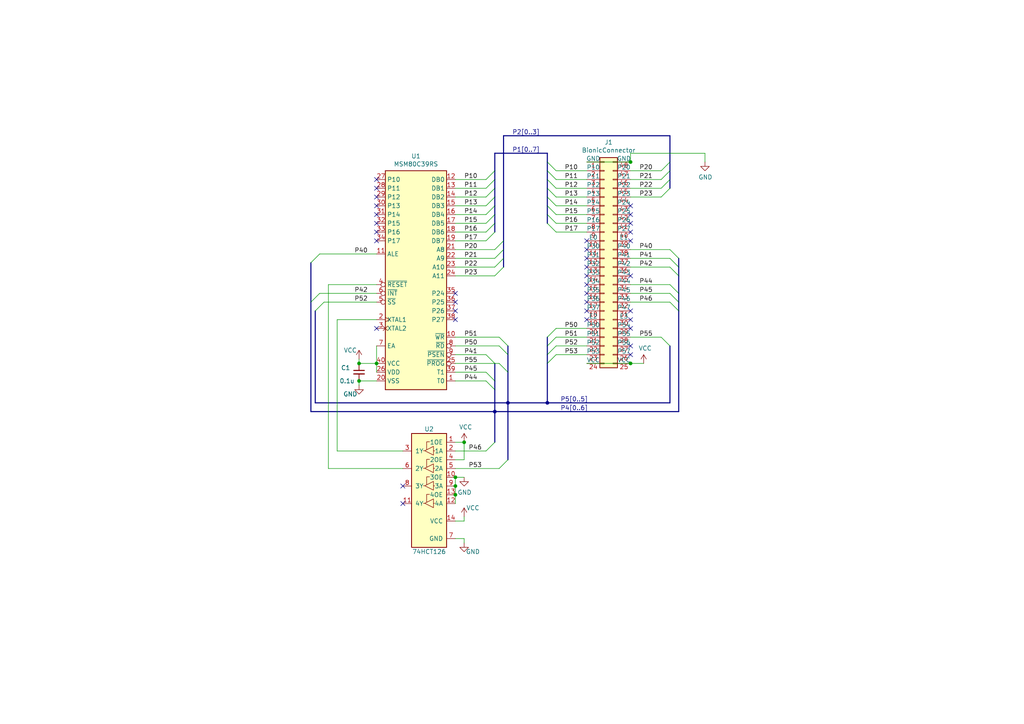
<source format=kicad_sch>
(kicad_sch (version 20211123) (generator eeschema)
  (paper "A4")
  (title_block (title "BionicP8048 Mezzanine") (date "2022-01-18") (rev "1") (company "Tadashi G. Takaoka"))
  (lib_symbols
    (symbol "0-LocalLibrary:74HCT126" (pin_names (offset 1.016))
      (property "Reference" "U" (at 0 16.51 0))
      (property "Value" "74HCT126" (at 0 -19.05 0))
      (symbol "74HCT126_0_1"
        (polyline (pts (xy -1.2954 10.2108) (xy -1.6002 10.2108)))
        (polyline (pts (xy 1.2954 10.2362) (xy 1.651 10.2362)))
        (polyline (pts (xy 0.7112 10.5664) (xy 0.7112 12.827) (xy -0.127 12.827) (xy -0.1016 12.827)))
      )
      (symbol "74HCT126_1_0"
        (polyline (pts (xy 1.27 10.2362) (xy -1.27 11.5062) (xy -1.27 8.9662) (xy 1.27 10.2362)) (stroke (width 0.1524)))
        (pin input line (at -7.62 12.7 0) (length 2.54) (name "1OE") (number "1"))
        (pin input line (at -7.62 2.54 0) (length 2.54) (name "3OE") (number "10"))
        (pin tri_state line (at 7.62 -5.08 180) (length 2.54) (name "4Y") (number "11"))
        (pin input line (at -7.62 -5.08 0) (length 2.54) (name "4A") (number "12"))
        (pin input line (at -7.62 -2.54 0) (length 2.54) (name "4OE") (number "13"))
        (pin power_in line (at -7.62 -10.16 0) (length 2.54) (name "VCC") (number "14"))
        (pin input line (at -7.62 10.16 0) (length 2.54) (name "1A") (number "2"))
        (pin tri_state line (at 7.62 10.16 180) (length 2.54) (name "1Y") (number "3"))
        (pin input line (at -7.62 7.62 0) (length 2.54) (name "2OE") (number "4"))
        (pin input line (at -7.62 5.08 0) (length 2.54) (name "2A") (number "5"))
        (pin tri_state line (at 7.62 5.08 180) (length 2.54) (name "2Y") (number "6"))
        (pin power_in line (at -7.62 -15.24 0) (length 2.54) (name "GND") (number "7"))
        (pin tri_state line (at 7.62 0 180) (length 2.54) (name "3Y") (number "8"))
        (pin input line (at -7.62 0 0) (length 2.54) (name "3A") (number "9"))
      )
      (symbol "74HCT126_1_1"
        (rectangle (start -5.08 15.24) (end 5.08 -17.78) (stroke (width 0.254)) (fill (type background)))
        (polyline (pts (xy -1.2954 -5.0292) (xy -1.6002 -5.0292)))
        (polyline (pts (xy -1.2954 0.0508) (xy -1.6002 0.0508)))
        (polyline (pts (xy -1.2954 5.1308) (xy -1.6002 5.1308)))
        (polyline (pts (xy 1.2954 -5.0038) (xy 1.651 -5.0038)))
        (polyline (pts (xy 1.2954 0.0762) (xy 1.651 0.0762)))
        (polyline (pts (xy 1.2954 5.1562) (xy 1.651 5.1562)))
        (polyline (pts (xy 0.7112 -4.6736) (xy 0.7112 -2.413) (xy -0.127 -2.413) (xy -0.1016 -2.413)))
        (polyline (pts (xy 0.7112 0.4064) (xy 0.7112 2.667) (xy -0.127 2.667) (xy -0.1016 2.667)))
        (polyline (pts (xy 0.7112 5.4864) (xy 0.7112 7.747) (xy -0.127 7.747) (xy -0.1016 7.747)))
        (polyline (pts (xy 1.27 -5.0038) (xy -1.27 -3.7338) (xy -1.27 -6.2738) (xy 1.27 -5.0038)) (stroke (width 0.1524)))
        (polyline (pts (xy 1.27 0.0762) (xy -1.27 1.3462) (xy -1.27 -1.1938) (xy 1.27 0.0762)) (stroke (width 0.1524)))
        (polyline (pts (xy 1.27 5.1562) (xy -1.27 6.4262) (xy -1.27 3.8862) (xy 1.27 5.1562)) (stroke (width 0.1524)))
      )
    )
    (symbol "0-LocalLibrary:BionicConnector" (pin_names (offset 0))
      (property "Reference" "J" (at 1.27 30.48 0))
      (property "Value" "BionicConnector" (at 3.81 33.02 0))
      (symbol "BionicConnector_1_1"
        (rectangle (start -1.27 -30.353) (end 0 -30.607) (stroke (width 0.1524)))
        (rectangle (start -1.27 -27.813) (end 0 -28.067) (stroke (width 0.1524)))
        (rectangle (start -1.27 -25.273) (end 0 -25.527) (stroke (width 0.1524)))
        (rectangle (start -1.27 -22.733) (end 0 -22.987) (stroke (width 0.1524)))
        (rectangle (start -1.27 -20.193) (end 0 -20.447) (stroke (width 0.1524)))
        (rectangle (start -1.27 -17.653) (end 0 -17.907) (stroke (width 0.1524)))
        (rectangle (start -1.27 -15.113) (end 0 -15.367) (stroke (width 0.1524)))
        (rectangle (start -1.27 -12.573) (end 0 -12.827) (stroke (width 0.1524)))
        (rectangle (start -1.27 -10.033) (end 0 -10.287) (stroke (width 0.1524)))
        (rectangle (start -1.27 -7.493) (end 0 -7.747) (stroke (width 0.1524)))
        (rectangle (start -1.27 -4.953) (end 0 -5.207) (stroke (width 0.1524)))
        (rectangle (start -1.27 -2.413) (end 0 -2.667) (stroke (width 0.1524)))
        (rectangle (start -1.27 0.127) (end 0 -0.127) (stroke (width 0.1524)))
        (rectangle (start -1.27 2.667) (end 0 2.413) (stroke (width 0.1524)))
        (rectangle (start -1.27 5.207) (end 0 4.953) (stroke (width 0.1524)))
        (rectangle (start -1.27 7.747) (end 0 7.493) (stroke (width 0.1524)))
        (rectangle (start -1.27 10.287) (end 0 10.033) (stroke (width 0.1524)))
        (rectangle (start -1.27 12.827) (end 0 12.573) (stroke (width 0.1524)))
        (rectangle (start -1.27 15.367) (end 0 15.113) (stroke (width 0.1524)))
        (rectangle (start -1.27 17.907) (end 0 17.653) (stroke (width 0.1524)))
        (rectangle (start -1.27 20.447) (end 0 20.193) (stroke (width 0.1524)))
        (rectangle (start -1.27 22.987) (end 0 22.733) (stroke (width 0.1524)))
        (rectangle (start -1.27 25.527) (end 0 25.273) (stroke (width 0.1524)))
        (rectangle (start -1.27 28.067) (end 0 27.813) (stroke (width 0.1524)))
        (rectangle (start -1.27 29.21) (end 3.81 -31.75) (stroke (width 0.254)) (fill (type background)))
        (rectangle (start 3.81 -30.353) (end 2.54 -30.607) (stroke (width 0.1524)))
        (rectangle (start 3.81 -27.813) (end 2.54 -28.067) (stroke (width 0.1524)))
        (rectangle (start 3.81 -25.273) (end 2.54 -25.527) (stroke (width 0.1524)))
        (rectangle (start 3.81 -22.733) (end 2.54 -22.987) (stroke (width 0.1524)))
        (rectangle (start 3.81 -20.193) (end 2.54 -20.447) (stroke (width 0.1524)))
        (rectangle (start 3.81 -17.653) (end 2.54 -17.907) (stroke (width 0.1524)))
        (rectangle (start 3.81 -15.113) (end 2.54 -15.367) (stroke (width 0.1524)))
        (rectangle (start 3.81 -12.573) (end 2.54 -12.827) (stroke (width 0.1524)))
        (rectangle (start 3.81 -10.033) (end 2.54 -10.287) (stroke (width 0.1524)))
        (rectangle (start 3.81 -7.493) (end 2.54 -7.747) (stroke (width 0.1524)))
        (rectangle (start 3.81 -4.953) (end 2.54 -5.207) (stroke (width 0.1524)))
        (rectangle (start 3.81 -2.413) (end 2.54 -2.667) (stroke (width 0.1524)))
        (rectangle (start 3.81 0.127) (end 2.54 -0.127) (stroke (width 0.1524)))
        (rectangle (start 3.81 2.667) (end 2.54 2.413) (stroke (width 0.1524)))
        (rectangle (start 3.81 5.207) (end 2.54 4.953) (stroke (width 0.1524)))
        (rectangle (start 3.81 7.747) (end 2.54 7.493) (stroke (width 0.1524)))
        (rectangle (start 3.81 10.287) (end 2.54 10.033) (stroke (width 0.1524)))
        (rectangle (start 3.81 12.827) (end 2.54 12.573) (stroke (width 0.1524)))
        (rectangle (start 3.81 15.367) (end 2.54 15.113) (stroke (width 0.1524)))
        (rectangle (start 3.81 17.907) (end 2.54 17.653) (stroke (width 0.1524)))
        (rectangle (start 3.81 20.447) (end 2.54 20.193) (stroke (width 0.1524)))
        (rectangle (start 3.81 22.987) (end 2.54 22.733) (stroke (width 0.1524)))
        (rectangle (start 3.81 25.527) (end 2.54 25.273) (stroke (width 0.1524)))
        (rectangle (start 3.81 28.067) (end 2.54 27.813) (stroke (width 0.1524)))
        (pin power_out line (at -5.08 27.94 0) (length 3.81) (name "GND") (number "1"))
        (pin bidirectional line (at -5.08 5.08 0) (length 3.81) (name "E0") (number "10"))
        (pin bidirectional line (at -5.08 2.54 0) (length 3.81) (name "P30") (number "11"))
        (pin bidirectional line (at -5.08 0 0) (length 3.81) (name "P31") (number "12"))
        (pin bidirectional line (at -5.08 -2.54 0) (length 3.81) (name "P32") (number "13"))
        (pin bidirectional line (at -5.08 -5.08 0) (length 3.81) (name "P33") (number "14"))
        (pin bidirectional line (at -5.08 -7.62 0) (length 3.81) (name "P34") (number "15"))
        (pin bidirectional line (at -5.08 -10.16 0) (length 3.81) (name "P35") (number "16"))
        (pin bidirectional line (at -5.08 -12.7 0) (length 3.81) (name "P36") (number "17"))
        (pin bidirectional line (at -5.08 -15.24 0) (length 3.81) (name "P37") (number "18"))
        (pin bidirectional line (at -5.08 -17.78 0) (length 3.81) (name "E2") (number "19"))
        (pin bidirectional line (at -5.08 25.4 0) (length 3.81) (name "P10") (number "2"))
        (pin bidirectional line (at -5.08 -20.32 0) (length 3.81) (name "P50") (number "20"))
        (pin bidirectional line (at -5.08 -22.86 0) (length 3.81) (name "P51") (number "21"))
        (pin bidirectional line (at -5.08 -25.4 0) (length 3.81) (name "P52") (number "22"))
        (pin bidirectional line (at -5.08 -27.94 0) (length 3.81) (name "P53") (number "23"))
        (pin power_out line (at -5.08 -30.48 0) (length 3.81) (name "VCC") (number "24"))
        (pin power_in line (at 7.62 -30.48 180) (length 3.81) (name "VCC") (number "25"))
        (pin bidirectional line (at 7.62 -27.94 180) (length 3.81) (name "P57") (number "26"))
        (pin bidirectional line (at 7.62 -25.4 180) (length 3.81) (name "P56") (number "27"))
        (pin bidirectional line (at 7.62 -22.86 180) (length 3.81) (name "P55") (number "28"))
        (pin bidirectional line (at 7.62 -20.32 180) (length 3.81) (name "P54") (number "29"))
        (pin bidirectional line (at -5.08 22.86 0) (length 3.81) (name "P11") (number "3"))
        (pin bidirectional line (at 7.62 -17.78 180) (length 3.81) (name "E3") (number "30"))
        (pin bidirectional line (at 7.62 -15.24 180) (length 3.81) (name "P47") (number "31"))
        (pin bidirectional line (at 7.62 -12.7 180) (length 3.81) (name "P46") (number "32"))
        (pin bidirectional line (at 7.62 -10.16 180) (length 3.81) (name "P45") (number "33"))
        (pin bidirectional line (at 7.62 -7.62 180) (length 3.81) (name "P44") (number "34"))
        (pin bidirectional line (at 7.62 -5.08 180) (length 3.81) (name "P43") (number "35"))
        (pin bidirectional line (at 7.62 -2.54 180) (length 3.81) (name "P42") (number "36"))
        (pin bidirectional line (at 7.62 0 180) (length 3.81) (name "P41") (number "37"))
        (pin bidirectional line (at 7.62 2.54 180) (length 3.81) (name "P40") (number "38"))
        (pin bidirectional line (at 7.62 5.08 180) (length 3.81) (name "E1") (number "39"))
        (pin bidirectional line (at -5.08 20.32 0) (length 3.81) (name "P12") (number "4"))
        (pin bidirectional line (at 7.62 7.62 180) (length 3.81) (name "P27") (number "40"))
        (pin bidirectional line (at 7.62 10.16 180) (length 3.81) (name "P26") (number "41"))
        (pin bidirectional line (at 7.62 12.7 180) (length 3.81) (name "P25") (number "42"))
        (pin bidirectional line (at 7.62 15.24 180) (length 3.81) (name "P24") (number "43"))
        (pin bidirectional line (at 7.62 17.78 180) (length 3.81) (name "P23") (number "44"))
        (pin bidirectional line (at 7.62 20.32 180) (length 3.81) (name "P22") (number "45"))
        (pin bidirectional line (at 7.62 22.86 180) (length 3.81) (name "P21") (number "46"))
        (pin bidirectional line (at 7.62 25.4 180) (length 3.81) (name "P20") (number "47"))
        (pin power_in line (at 7.62 27.94 180) (length 3.81) (name "GND") (number "48"))
        (pin bidirectional line (at -5.08 17.78 0) (length 3.81) (name "P13") (number "5"))
        (pin bidirectional line (at -5.08 15.24 0) (length 3.81) (name "P14") (number "6"))
        (pin bidirectional line (at -5.08 12.7 0) (length 3.81) (name "P15") (number "7"))
        (pin bidirectional line (at -5.08 10.16 0) (length 3.81) (name "P16") (number "8"))
        (pin bidirectional line (at -5.08 7.62 0) (length 3.81) (name "P17") (number "9"))
      )
    )
    (symbol "0-LocalLibrary:MSM80C39RS"
      (property "Reference" "U" (at -1.27 31.75 0))
      (property "Value" "MSM80C39RS" (at 0 -3.81 90))
      (symbol "MSM80C39RS_0_1"
        (rectangle (start -8.89 -33.02) (end 8.89 30.48) (stroke (width 0.254)) (fill (type background)))
      )
      (symbol "MSM80C39RS_1_1"
        (pin output line (at 11.43 -30.48 180) (length 2.54) (name "T0") (number "1"))
        (pin output line (at 11.43 -17.78 180) (length 2.54) (name "~{WR}") (number "10"))
        (pin output line (at -11.43 6.35 0) (length 2.54) (name "ALE") (number "11"))
        (pin bidirectional line (at 11.43 27.94 180) (length 2.54) (name "DB0") (number "12"))
        (pin bidirectional line (at 11.43 25.4 180) (length 2.54) (name "DB1") (number "13"))
        (pin bidirectional line (at 11.43 22.86 180) (length 2.54) (name "DB2") (number "14"))
        (pin bidirectional line (at 11.43 20.32 180) (length 2.54) (name "DB3") (number "15"))
        (pin bidirectional line (at 11.43 17.78 180) (length 2.54) (name "DB4") (number "16"))
        (pin bidirectional line (at 11.43 15.24 180) (length 2.54) (name "DB5") (number "17"))
        (pin bidirectional line (at 11.43 12.7 180) (length 2.54) (name "DB6") (number "18"))
        (pin bidirectional line (at 11.43 10.16 180) (length 2.54) (name "DB7") (number "19"))
        (pin input clock (at -11.43 -12.7 0) (length 2.54) (name "XTAL1") (number "2"))
        (pin power_in line (at -11.43 -30.48 0) (length 2.54) (name "VSS") (number "20"))
        (pin output line (at 11.43 7.62 180) (length 2.54) (name "A8") (number "21"))
        (pin output line (at 11.43 5.08 180) (length 2.54) (name "A9") (number "22"))
        (pin output line (at 11.43 2.54 180) (length 2.54) (name "A10") (number "23"))
        (pin output line (at 11.43 0 180) (length 2.54) (name "A11") (number "24"))
        (pin output inverted (at 11.43 -25.4 180) (length 2.54) (name "~{PROG}") (number "25"))
        (pin power_in line (at -11.43 -27.94 0) (length 2.54) (name "VDD") (number "26"))
        (pin bidirectional line (at -11.43 27.94 0) (length 2.54) (name "P10") (number "27"))
        (pin bidirectional line (at -11.43 25.4 0) (length 2.54) (name "P11") (number "28"))
        (pin bidirectional line (at -11.43 22.86 0) (length 2.54) (name "P12") (number "29"))
        (pin input non_logic (at -11.43 -15.24 0) (length 2.54) (name "XTAL2") (number "3"))
        (pin bidirectional line (at -11.43 20.32 0) (length 2.54) (name "P13") (number "30"))
        (pin bidirectional line (at -11.43 17.78 0) (length 2.54) (name "P14") (number "31"))
        (pin bidirectional line (at -11.43 15.24 0) (length 2.54) (name "P15") (number "32"))
        (pin bidirectional line (at -11.43 12.7 0) (length 2.54) (name "P16") (number "33"))
        (pin bidirectional line (at -11.43 10.16 0) (length 2.54) (name "P17") (number "34"))
        (pin bidirectional line (at 11.43 -5.08 180) (length 2.54) (name "P24") (number "35"))
        (pin bidirectional line (at 11.43 -7.62 180) (length 2.54) (name "P25") (number "36"))
        (pin bidirectional line (at 11.43 -10.16 180) (length 2.54) (name "P26") (number "37"))
        (pin bidirectional line (at 11.43 -12.7 180) (length 2.54) (name "P27") (number "38"))
        (pin output line (at 11.43 -27.94 180) (length 2.54) (name "T1") (number "39"))
        (pin input inverted (at -11.43 -2.54 0) (length 2.54) (name "~{RESET}") (number "4"))
        (pin power_in line (at -11.43 -25.4 0) (length 2.54) (name "VCC") (number "40"))
        (pin input inverted (at -11.43 -7.62 0) (length 2.54) (name "~{SS}") (number "5"))
        (pin input inverted (at -11.43 -5.08 0) (length 2.54) (name "~{INT}") (number "6"))
        (pin input line (at -11.43 -20.32 0) (length 2.54) (name "EA") (number "7"))
        (pin output inverted (at 11.43 -20.32 180) (length 2.54) (name "~{RD}") (number "8"))
        (pin output inverted (at 11.43 -22.86 180) (length 2.54) (name "~{PSEN}") (number "9"))
      )
    )
    (symbol "Device:C_Small" (pin_numbers hide) (pin_names (offset 0.254) hide)
      (property "Reference" "C" (at 0.254 1.778 0))
      (property "Value" "C_Small" (at 0.254 -2.032 0))
      (symbol "C_Small_0_1"
        (polyline (pts (xy -1.524 -0.508) (xy 1.524 -0.508)) (stroke (width 0.3302)))
        (polyline (pts (xy -1.524 0.508) (xy 1.524 0.508)) (stroke (width 0.3048)))
      )
      (symbol "C_Small_1_1"
        (pin passive line (at 0 2.54 270) (length 2.032) (name "~") (number "1"))
        (pin passive line (at 0 -2.54 90) (length 2.032) (name "~") (number "2"))
      )
    )
    (symbol "power:GND" (power) (pin_names (offset 0))
      (property "Value" "GND" (at 0 -3.81 0))
      (symbol "GND_0_1"
        (polyline (pts (xy 0 0) (xy 0 -1.27) (xy 1.27 -1.27) (xy 0 -2.54) (xy -1.27 -1.27) (xy 0 -1.27)))
      )
      (symbol "GND_1_1"
        (pin power_in line (at 0 0 270) (length 0) hide (name "GND") (number "1"))
      )
    )
    (symbol "power:VCC" (power) (pin_names (offset 0))
      (property "Value" "VCC" (at 0 3.81 0))
      (symbol "VCC_0_1"
        (polyline (pts (xy -0.762 1.27) (xy 0 2.54)))
        (polyline (pts (xy 0 0) (xy 0 2.54)))
        (polyline (pts (xy 0 2.54) (xy 0.762 1.27)))
      )
      (symbol "VCC_1_1"
        (pin power_in line (at 0 0 90) (length 0) hide (name "VCC") (number "1"))
      )
    )
  )
  (junction (at 109.22 105.41))
  (junction (at 182.88 46.99))
  (junction (at 182.88 105.41))
  (junction (at 104.14 105.41))
  (junction (at 143.51 119.38))
  (junction (at 132.08 138.43))
  (junction (at 104.14 110.49))
  (junction (at 132.08 140.97))
  (junction (at 147.32 116.84))
  (junction (at 158.75 116.84))
  (junction (at 134.62 128.27))
  (junction (at 132.08 143.51))
  (no_connect (at 109.22 67.31))
  (no_connect (at 170.18 92.71))
  (no_connect (at 170.18 87.63))
  (no_connect (at 116.84 146.05))
  (no_connect (at 182.88 67.31))
  (no_connect (at 170.18 82.55))
  (no_connect (at 109.22 54.61))
  (no_connect (at 182.88 90.17))
  (no_connect (at 170.18 72.39))
  (no_connect (at 182.88 102.87))
  (no_connect (at 109.22 52.07))
  (no_connect (at 182.88 59.69))
  (no_connect (at 170.18 85.09))
  (no_connect (at 132.08 85.09))
  (no_connect (at 132.08 90.17))
  (no_connect (at 182.88 62.23))
  (no_connect (at 109.22 62.23))
  (no_connect (at 109.22 95.25))
  (no_connect (at 109.22 57.15))
  (no_connect (at 182.88 80.01))
  (no_connect (at 182.88 64.77))
  (no_connect (at 182.88 69.85))
  (no_connect (at 116.84 140.97))
  (no_connect (at 132.08 87.63))
  (no_connect (at 182.88 100.33))
  (no_connect (at 109.22 64.77))
  (no_connect (at 109.22 59.69))
  (no_connect (at 170.18 90.17))
  (no_connect (at 170.18 80.01))
  (no_connect (at 132.08 92.71))
  (no_connect (at 182.88 95.25))
  (no_connect (at 170.18 74.93))
  (no_connect (at 109.22 69.85))
  (no_connect (at 182.88 92.71))
  (no_connect (at 170.18 77.47))
  (no_connect (at 170.18 69.85))
  (bus_entry (at 143.51 128.27) (size -2.54 2.54))
  (bus_entry (at 194.31 52.07) (size -2.54 2.54))
  (bus_entry (at 194.31 74.93) (size 2.54 2.54))
  (bus_entry (at 140.97 52.07) (size 2.54 -2.54))
  (bus_entry (at 194.31 54.61) (size -2.54 2.54))
  (bus_entry (at 146.05 74.93) (size -2.54 2.54))
  (bus_entry (at 194.31 77.47) (size 2.54 2.54))
  (bus_entry (at 146.05 77.47) (size -2.54 2.54))
  (bus_entry (at 140.97 62.23) (size 2.54 -2.54))
  (bus_entry (at 140.97 69.85) (size 2.54 -2.54))
  (bus_entry (at 158.75 102.87) (size 2.54 -2.54))
  (bus_entry (at 194.31 82.55) (size 2.54 2.54))
  (bus_entry (at 158.75 100.33) (size 2.54 -2.54))
  (bus_entry (at 140.97 59.69) (size 2.54 -2.54))
  (bus_entry (at 140.97 107.95) (size 2.54 2.54))
  (bus_entry (at 161.29 57.15) (size -2.54 -2.54))
  (bus_entry (at 140.97 64.77) (size 2.54 -2.54))
  (bus_entry (at 161.29 62.23) (size -2.54 -2.54))
  (bus_entry (at 161.29 49.53) (size -2.54 -2.54))
  (bus_entry (at 147.32 102.87) (size -2.54 -2.54))
  (bus_entry (at 147.32 133.35) (size -2.54 2.54))
  (bus_entry (at 146.05 69.85) (size -2.54 2.54))
  (bus_entry (at 140.97 54.61) (size 2.54 -2.54))
  (bus_entry (at 147.32 100.33) (size -2.54 -2.54))
  (bus_entry (at 158.75 105.41) (size 2.54 -2.54))
  (bus_entry (at 140.97 110.49) (size 2.54 2.54))
  (bus_entry (at 194.31 46.99) (size -2.54 2.54))
  (bus_entry (at 161.29 59.69) (size -2.54 -2.54))
  (bus_entry (at 194.31 87.63) (size 2.54 2.54))
  (bus_entry (at 90.17 87.63) (size 2.54 -2.54))
  (bus_entry (at 140.97 57.15) (size 2.54 -2.54))
  (bus_entry (at 194.31 72.39) (size 2.54 2.54))
  (bus_entry (at 191.77 97.79) (size 2.54 2.54))
  (bus_entry (at 140.97 102.87) (size 2.54 2.54))
  (bus_entry (at 90.17 76.2) (size 2.54 -2.54))
  (bus_entry (at 194.31 49.53) (size -2.54 2.54))
  (bus_entry (at 158.75 97.79) (size 2.54 -2.54))
  (bus_entry (at 147.32 107.95) (size -2.54 -2.54))
  (bus_entry (at 161.29 64.77) (size -2.54 -2.54))
  (bus_entry (at 161.29 52.07) (size -2.54 -2.54))
  (bus_entry (at 140.97 67.31) (size 2.54 -2.54))
  (bus_entry (at 161.29 54.61) (size -2.54 -2.54))
  (bus_entry (at 194.31 85.09) (size 2.54 2.54))
  (bus_entry (at 146.05 72.39) (size -2.54 2.54))
  (bus_entry (at 161.29 67.31) (size -2.54 -2.54))
  (bus_entry (at 91.44 90.17) (size 2.54 -2.54))
  (wire (pts (xy 109.22 100.33) (xy 109.22 105.41)))
  (wire (pts (xy 132.08 105.41) (xy 143.51 105.41)))
  (bus (pts (xy 194.31 100.33) (xy 194.31 116.84)))
  (bus (pts (xy 194.31 39.37) (xy 146.05 39.37)))
  (bus (pts (xy 91.44 90.17) (xy 91.44 116.84)))
  (bus (pts (xy 143.51 44.45) (xy 143.51 49.53)))
  (bus (pts (xy 147.32 116.84) (xy 91.44 116.84)))
  (bus (pts (xy 143.51 54.61) (xy 143.51 57.15)))
  (wire (pts (xy 132.08 110.49) (xy 140.97 110.49)))
  (wire (pts (xy 134.62 151.13) (xy 134.62 149.86)))
  (bus (pts (xy 158.75 49.53) (xy 158.75 52.07)))
  (wire (pts (xy 132.08 59.69) (xy 140.97 59.69)))
  (wire (pts (xy 132.08 57.15) (xy 140.97 57.15)))
  (wire (pts (xy 170.18 67.31) (xy 161.29 67.31)))
  (wire (pts (xy 132.08 138.43) (xy 134.62 138.43)))
  (wire (pts (xy 97.79 130.81) (xy 97.79 92.71)))
  (wire (pts (xy 182.88 57.15) (xy 191.77 57.15)))
  (bus (pts (xy 194.31 49.53) (xy 194.31 52.07)))
  (bus (pts (xy 158.75 57.15) (xy 158.75 59.69)))
  (bus (pts (xy 146.05 39.37) (xy 146.05 69.85)))
  (bus (pts (xy 158.75 105.41) (xy 158.75 116.84)))
  (wire (pts (xy 170.18 64.77) (xy 161.29 64.77)))
  (wire (pts (xy 132.08 143.51) (xy 132.08 146.05)))
  (bus (pts (xy 90.17 87.63) (xy 90.17 119.38)))
  (wire (pts (xy 132.08 74.93) (xy 143.51 74.93)))
  (wire (pts (xy 182.88 44.45) (xy 204.47 44.45)))
  (bus (pts (xy 158.75 59.69) (xy 158.75 62.23)))
  (bus (pts (xy 143.51 105.41) (xy 143.51 110.49)))
  (wire (pts (xy 194.31 74.93) (xy 182.88 74.93)))
  (bus (pts (xy 146.05 72.39) (xy 146.05 74.93)))
  (wire (pts (xy 109.22 82.55) (xy 95.25 82.55)))
  (bus (pts (xy 143.51 119.38) (xy 143.51 128.27)))
  (wire (pts (xy 182.88 97.79) (xy 191.77 97.79)))
  (wire (pts (xy 170.18 46.99) (xy 182.88 46.99)))
  (wire (pts (xy 132.08 140.97) (xy 132.08 143.51)))
  (wire (pts (xy 170.18 105.41) (xy 182.88 105.41)))
  (wire (pts (xy 182.88 87.63) (xy 194.31 87.63)))
  (bus (pts (xy 194.31 46.99) (xy 194.31 49.53)))
  (bus (pts (xy 147.32 116.84) (xy 147.32 133.35)))
  (wire (pts (xy 104.14 110.49) (xy 109.22 110.49)))
  (wire (pts (xy 132.08 156.21) (xy 134.62 156.21)))
  (wire (pts (xy 116.84 130.81) (xy 97.79 130.81)))
  (wire (pts (xy 132.08 80.01) (xy 143.51 80.01)))
  (wire (pts (xy 170.18 102.87) (xy 161.29 102.87)))
  (wire (pts (xy 134.62 157.48) (xy 134.62 156.21)))
  (wire (pts (xy 182.88 72.39) (xy 194.31 72.39)))
  (wire (pts (xy 93.98 87.63) (xy 109.22 87.63)))
  (wire (pts (xy 182.88 52.07) (xy 191.77 52.07)))
  (bus (pts (xy 158.75 44.45) (xy 158.75 46.99)))
  (wire (pts (xy 204.47 44.45) (xy 204.47 46.99)))
  (bus (pts (xy 194.31 52.07) (xy 194.31 54.61)))
  (bus (pts (xy 146.05 69.85) (xy 146.05 72.39)))
  (wire (pts (xy 132.08 130.81) (xy 140.97 130.81)))
  (wire (pts (xy 170.18 97.79) (xy 161.29 97.79)))
  (bus (pts (xy 196.85 77.47) (xy 196.85 80.01)))
  (wire (pts (xy 170.18 49.53) (xy 161.29 49.53)))
  (wire (pts (xy 170.18 57.15) (xy 161.29 57.15)))
  (wire (pts (xy 132.08 135.89) (xy 144.78 135.89)))
  (wire (pts (xy 92.71 85.09) (xy 109.22 85.09)))
  (bus (pts (xy 158.75 100.33) (xy 158.75 102.87)))
  (wire (pts (xy 140.97 107.95) (xy 132.08 107.95)))
  (bus (pts (xy 90.17 119.38) (xy 143.51 119.38)))
  (wire (pts (xy 182.88 105.41) (xy 186.69 105.41)))
  (wire (pts (xy 97.79 92.71) (xy 109.22 92.71)))
  (wire (pts (xy 104.14 111.76) (xy 104.14 110.49)))
  (wire (pts (xy 95.25 135.89) (xy 116.84 135.89)))
  (bus (pts (xy 196.85 85.09) (xy 196.85 87.63)))
  (wire (pts (xy 132.08 67.31) (xy 140.97 67.31)))
  (bus (pts (xy 158.75 97.79) (xy 158.75 100.33)))
  (wire (pts (xy 132.08 138.43) (xy 132.08 140.97)))
  (bus (pts (xy 146.05 74.93) (xy 146.05 77.47)))
  (wire (pts (xy 170.18 95.25) (xy 161.29 95.25)))
  (wire (pts (xy 132.08 52.07) (xy 140.97 52.07)))
  (wire (pts (xy 132.08 69.85) (xy 140.97 69.85)))
  (bus (pts (xy 143.51 64.77) (xy 143.51 67.31)))
  (wire (pts (xy 182.88 82.55) (xy 194.31 82.55)))
  (bus (pts (xy 196.85 87.63) (xy 196.85 90.17)))
  (wire (pts (xy 182.88 77.47) (xy 194.31 77.47)))
  (bus (pts (xy 158.75 46.99) (xy 158.75 49.53)))
  (wire (pts (xy 132.08 97.79) (xy 144.78 97.79)))
  (wire (pts (xy 143.51 105.41) (xy 144.78 105.41)))
  (bus (pts (xy 143.51 59.69) (xy 143.51 62.23)))
  (bus (pts (xy 158.75 54.61) (xy 158.75 57.15)))
  (bus (pts (xy 90.17 76.2) (xy 90.17 87.63)))
  (bus (pts (xy 143.51 113.03) (xy 143.51 119.38)))
  (bus (pts (xy 143.51 119.38) (xy 196.85 119.38)))
  (wire (pts (xy 132.08 128.27) (xy 134.62 128.27)))
  (bus (pts (xy 196.85 90.17) (xy 196.85 119.38)))
  (wire (pts (xy 132.08 133.35) (xy 134.62 133.35)))
  (bus (pts (xy 147.32 107.95) (xy 147.32 116.84)))
  (wire (pts (xy 95.25 82.55) (xy 95.25 135.89)))
  (wire (pts (xy 104.14 105.41) (xy 109.22 105.41)))
  (wire (pts (xy 132.08 54.61) (xy 140.97 54.61)))
  (bus (pts (xy 143.51 49.53) (xy 143.51 52.07)))
  (wire (pts (xy 132.08 77.47) (xy 143.51 77.47)))
  (wire (pts (xy 170.18 52.07) (xy 161.29 52.07)))
  (wire (pts (xy 104.14 105.41) (xy 104.14 104.14)))
  (bus (pts (xy 147.32 102.87) (xy 147.32 107.95)))
  (bus (pts (xy 158.75 102.87) (xy 158.75 105.41)))
  (wire (pts (xy 182.88 85.09) (xy 194.31 85.09)))
  (bus (pts (xy 196.85 80.01) (xy 196.85 85.09)))
  (bus (pts (xy 143.51 44.45) (xy 158.75 44.45)))
  (wire (pts (xy 132.08 102.87) (xy 140.97 102.87)))
  (wire (pts (xy 182.88 44.45) (xy 182.88 46.99)))
  (bus (pts (xy 194.31 116.84) (xy 158.75 116.84)))
  (bus (pts (xy 196.85 74.93) (xy 196.85 77.47)))
  (wire (pts (xy 170.18 59.69) (xy 161.29 59.69)))
  (bus (pts (xy 147.32 100.33) (xy 147.32 102.87)))
  (wire (pts (xy 170.18 100.33) (xy 161.29 100.33)))
  (wire (pts (xy 182.88 54.61) (xy 191.77 54.61)))
  (wire (pts (xy 134.62 128.27) (xy 134.62 133.35)))
  (bus (pts (xy 143.51 57.15) (xy 143.51 59.69)))
  (wire (pts (xy 109.22 105.41) (xy 109.22 107.95)))
  (bus (pts (xy 143.51 62.23) (xy 143.51 64.77)))
  (wire (pts (xy 134.62 151.13) (xy 132.08 151.13)))
  (bus (pts (xy 158.75 62.23) (xy 158.75 64.77)))
  (wire (pts (xy 182.88 49.53) (xy 191.77 49.53)))
  (bus (pts (xy 143.51 52.07) (xy 143.51 54.61)))
  (wire (pts (xy 132.08 72.39) (xy 143.51 72.39)))
  (bus (pts (xy 158.75 116.84) (xy 147.32 116.84)))
  (wire (pts (xy 92.71 73.66) (xy 109.22 73.66)))
  (wire (pts (xy 132.08 62.23) (xy 140.97 62.23)))
  (wire (pts (xy 170.18 62.23) (xy 161.29 62.23)))
  (bus (pts (xy 194.31 39.37) (xy 194.31 46.99)))
  (wire (pts (xy 132.08 64.77) (xy 140.97 64.77)))
  (wire (pts (xy 132.08 100.33) (xy 144.78 100.33)))
  (wire (pts (xy 170.18 54.61) (xy 161.29 54.61)))
  (bus (pts (xy 143.51 110.49) (xy 143.51 113.03)))
  (bus (pts (xy 158.75 52.07) (xy 158.75 54.61)))
  (label "P21" (at 134.62 74.93 0))
  (label "P23" (at 134.62 80.01 0))
  (label "P10" (at 167.64 49.53 180))
  (label "P11" (at 134.62 54.61 0))
  (label "P46" (at 135.89 130.81 0))
  (label "P15" (at 134.62 64.77 0))
  (label "P14" (at 167.64 59.69 180))
  (label "P40" (at 185.42 72.39 0))
  (label "P5[0..5]" (at 162.56 116.84 0))
  (label "P45" (at 134.62 107.95 0))
  (label "P2[0..3]" (at 148.59 39.37 0))
  (label "P20" (at 134.62 72.39 0))
  (label "P46" (at 185.42 87.63 0))
  (label "P12" (at 134.62 57.15 0))
  (label "P42" (at 185.42 77.47 0))
  (label "P16" (at 134.62 67.31 0))
  (label "P53" (at 167.64 102.87 180))
  (label "P13" (at 134.62 59.69 0))
  (label "P17" (at 134.62 69.85 0))
  (label "P42" (at 106.68 85.09 180))
  (label "P20" (at 185.42 49.53 0))
  (label "P13" (at 167.64 57.15 180))
  (label "P22" (at 134.62 77.47 0))
  (label "P55" (at 185.42 97.79 0))
  (label "P52" (at 106.68 87.63 180))
  (label "P40" (at 106.68 73.66 180))
  (label "P21" (at 185.42 52.07 0))
  (label "P41" (at 185.42 74.93 0))
  (label "P44" (at 134.62 110.49 0))
  (label "P51" (at 134.62 97.79 0))
  (label "P50" (at 167.64 95.25 180))
  (label "P51" (at 167.64 97.79 180))
  (label "P16" (at 167.64 64.77 180))
  (label "P17" (at 167.64 67.31 180))
  (label "P11" (at 167.64 52.07 180))
  (label "P44" (at 185.42 82.55 0))
  (label "P4[0..6]" (at 162.56 119.38 0))
  (label "P22" (at 185.42 54.61 0))
  (label "P52" (at 167.64 100.33 180))
  (label "P15" (at 167.64 62.23 180))
  (label "P50" (at 134.62 100.33 0))
  (label "P55" (at 134.62 105.41 0))
  (label "P10" (at 134.62 52.07 0))
  (label "P12" (at 167.64 54.61 180))
  (label "P23" (at 185.42 57.15 0))
  (label "P1[0..7]" (at 148.59 44.45 0))
  (label "P53" (at 135.89 135.89 0))
  (label "P41" (at 134.62 102.87 0))
  (label "P45" (at 185.42 85.09 0))
  (label "P14" (at 134.62 62.23 0))
  (symbol (lib_id "power:VCC") (at 104.14 104.14 0) (mirror y) (unit 1)
    (property "Reference" "#PWR03" (effects hide))
    (property "Value" "VCC" (at 101.6 101.6 0))
  )
  (symbol (lib_id "power:GND") (at 104.14 111.76 0) (mirror y) (unit 1)
    (property "Reference" "#PWR04" (effects hide))
    (property "Value" "GND" (at 101.6 114.3 0))
  )
  (symbol (lib_id "Device:C_Small") (at 104.14 107.95 0) (mirror y) (unit 1)
    (property "Reference" "C1" (at 101.6 106.68 0) (effects (justify left)))
    (property "Value" "0.1u" (at 102.87 110.49 0) (effects (justify left)))
    (property "Footprint" "Capacitor_THT:C_Disc_D3.4mm_W2.1mm_P2.50mm" (effects hide))
  )
  (symbol (lib_id "0-LocalLibrary:74HCT126") (at 124.46 140.97 0) (mirror y) (unit 1)
    (property "Reference" "U2" (at 124.46 124.46 0))
    (property "Value" "74HCT126" (at 124.46 160.02 0))
    (property "Footprint" "Package_DIP:DIP-14_W7.62mm" (effects hide))
    (property "Datasheet" "https://www.ti.com/lit/ds/symlink/cd74hct126.pdf" (effects hide))
  )
  (symbol (lib_id "power:VCC") (at 134.62 149.86 0) (unit 1)
    (property "Reference" "#PWR07" (effects hide))
    (property "Value" "VCC" (at 137.16 147.32 0))
  )
  (symbol (lib_id "power:GND") (at 134.62 157.48 0) (unit 1)
    (property "Reference" "#PWR08" (effects hide))
    (property "Value" "GND" (at 137.16 160.02 0))
  )
  (symbol (lib_id "power:VCC") (at 134.62 128.27 0) (unit 1)
    (property "Reference" "#PWR02" (effects hide))
    (property "Value" "VCC" (at 135.0518 123.8758 0))
  )
  (symbol (lib_id "power:GND") (at 134.62 138.43 0) (unit 1)
    (property "Reference" "#PWR06" (effects hide))
    (property "Value" "GND" (at 134.747 142.8242 0))
  )
  (symbol (lib_id "power:GND") (at 204.47 46.99 0) (unit 1)
    (property "Reference" "#PWR0101" (effects hide))
    (property "Value" "GND" (at 204.597 51.3842 0))
  )
  (symbol (lib_id "power:VCC") (at 186.69 105.41 0) (unit 1)
    (property "Reference" "#PWR0102" (effects hide))
    (property "Value" "VCC" (at 187.1218 101.0158 0))
  )
  (symbol (lib_id "0-LocalLibrary:MSM80C39RS") (at 120.65 80.01 0) (unit 1)
    (property "Reference" "U1" (at 120.65 45.2882 0))
    (property "Value" "MSM80C39RS" (at 120.65 47.5996 0))
    (property "Footprint" "Package_DIP:DIP-40_W15.24mm" (effects hide))
    (property "Datasheet" "https://datasheetspdf.com/pdf-file/515122/OKIelectroniccomponets/MSM80C48/1" (effects hide))
  )
  (symbol (lib_id "0-LocalLibrary:BionicConnector") (at 175.26 74.93 0) (unit 1)
    (property "Reference" "J1" (at 176.53 41.275 0))
    (property "Value" "BionicConnector" (at 176.53 43.5864 0))
    (property "Footprint" "0-LocalLibrary:DIP-48_W7.62mm" (effects hide))
    (property "Datasheet" "https://www.arieselec.com/wp-content/uploads/2020/02/10001-universal-dip-zif-test-socket.pdf" (effects hide))
  )
)
</source>
